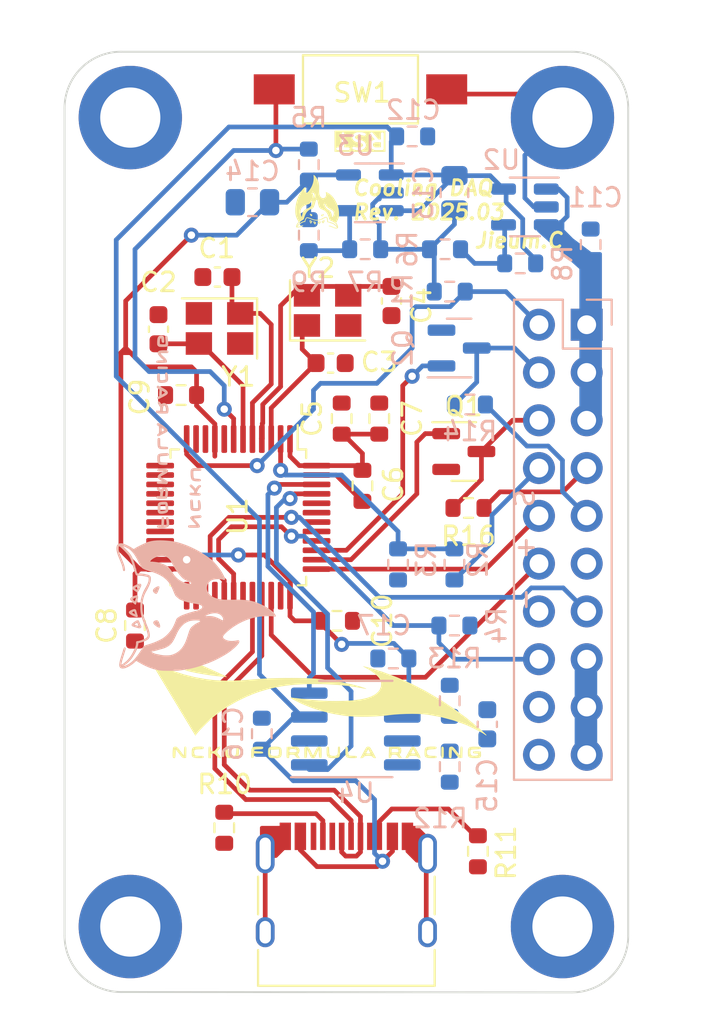
<source format=kicad_pcb>
(kicad_pcb (version 20221018) (generator pcbnew)
  (layers (0 "F.Cu" signal) (31 "B.Cu" signal) (34 "B.Paste" user) (35 "F.Paste" user) (36 "B.SilkS" user "B.Silkscreen") (37 "F.SilkS" user "F.Silkscreen") (38 "B.Mask" user) (39 "F.Mask" user) (44 "Edge.Cuts" user))
  (net 0 "")
  (net 1 "/RCC_OSC_IN")
  (net 2 "GND")
  (net 3 "/RCC_OSC_OUT")
  (net 4 "/LSE_IN")
  (net 5 "/LSE_OUT")
  (net 6 "+3V3")
  (net 7 "VDC")
  (net 8 "+5V")
  (net 9 "SYS_JTMS-SWDIO")
  (net 10 "SYS_JTCK-SWCLK")
  (net 11 "USART1")
  (net 12 "USART2")
  (net 13 "PT_signal")
  (net 14 "TIM1_CH1")
  (net 15 "Net-(J7-CC1)")
  (net 16 "USB_D-")
  (net 17 "USB_D+")
  (net 19 "Net-(J7-CC2)")
  (net 21 "ADC_CH1")
  (net 22 "Net-(SW1-B)")
  (net 23 "Net-(U2-ADJ)")
  (net 24 "Net-(U3-ADJ)")
  (net 46 "Net-(C15-Pad1)")
  (net 47 "CAN_TX")
  (net 48 "CAN_RX")
  (net 50 "CAN-")
  (net 51 "CAN+")
  (net 52 "PWM_OUT")
  (net 53 "PWM_OUT_2")
  (net 54 "PUMP_PWR")
  (net 55 "FAN_PWR")
  (net 56 "PUMP_PWM")
  (net 57 "FAN_PWM")
  (footprint "MountingHole:MountingHole_3.2mm_M3_ISO14580_Pad" (layer "F.Cu") (at 158.5 140.5)
    (fp_text reference "H4" hide)
    (fp_text value "MountingHole_Pad")
  )
  (footprint "Resistor_SMD:R_0603_1608Metric" (layer "F.Cu") (at 154 136.5 -90)
    (fp_text reference "R11")
    (fp_text value "5k1")
  )
  (footprint "MountingHole:MountingHole_3.2mm_M3_ISO14580_Pad" (layer "F.Cu") (at 135.5 140.5)
    (fp_text reference "H3" hide)
    (fp_text value "MountingHole_Pad")
  )
  (footprint "logo:fire_shark_4mm" (layer "F.Cu") (at 145.5 102)
    (fp_text reference "G***" hide)
    (fp_text value "LOGO" hide)
  )
  (footprint "Capacitor_SMD:C_0603_1608Metric" (layer "F.Cu") (at 140.136 105.976 180)
    (fp_text reference "C1")
    (fp_text value "20p")
  )
  (footprint "MountingHole:MountingHole_3.2mm_M3_ISO14580_Pad" (layer "F.Cu") (at 135.5 97.5)
    (fp_text reference "H2" hide)
    (fp_text value "MountingHole_Pad")
  )
  (footprint "logo:logo_18mm" (layer "F.Cu") (at 145.5 128.75)
    (fp_text reference "G***" hide)
    (fp_text value "LOGO" hide)
  )
  (footprint "Resistor_SMD:R_0603_1608Metric" (layer "F.Cu") (at 148.75 113.5 90)
    (fp_text reference "C7")
    (fp_text value "1u")
  )
  (footprint "Package_QFP:LQFP-48_7x7mm_P0.5mm" (layer "F.Cu") (at 141.25 118.75 -90)
    (fp_text reference "U1")
    (fp_text value "STM32F103C8Tx")
  )
  (footprint "Resistor_SMD:R_0603_1608Metric" (layer "F.Cu") (at 135.75 124.5 -90)
    (fp_text reference "C8")
    (fp_text value "100n")
  )
  (footprint "Resistor_SMD:R_0603_1608Metric" (layer "F.Cu") (at 153.5 118.25)
    (fp_text reference "R16")
    (fp_text value "10k")
  )
  (footprint "Capacitor_SMD:C_0603_1608Metric" (layer "F.Cu") (at 137 108.75 90)
    (fp_text reference "C2")
    (fp_text value "20p")
  )
  (footprint "Resistor_SMD:R_0603_1608Metric" (layer "F.Cu") (at 146.5 124.25)
    (fp_text reference "C10")
    (fp_text value "100n")
  )
  (footprint "MountingHole:MountingHole_3.2mm_M3_ISO14580_Pad" (layer "F.Cu") (at 158.5 97.5)
    (fp_text reference "H1" hide)
    (fp_text value "MountingHole_Pad")
  )
  (footprint "Button_Switch_SMD:SW_SPST_FSMSM" (layer "F.Cu") (at 147.75 96 180)
    (fp_text reference "SW1")
    (fp_text value "SW_SPST")
  )
  (footprint "Connector_USB:USB_C_Receptacle_HRO_TYPE-C-31-M-12" (layer "F.Cu") (at 147 139.75)
    (fp_text reference "J7" hide)
    (fp_text value "USB_C_Receptacle_USB2.0_16P")
  )
  (footprint "Crystal:Crystal_SMD_SeikoEpson_FA238-4Pin_3.2x2.5mm" (layer "F.Cu") (at 140.25 108.708 180)
    (fp_text reference "Y1")
    (fp_text value "8M")
  )
  (footprint "Package_TO_SOT_SMD:SOT-23" (layer "F.Cu") (at 153.25 115.25)
    (fp_text reference "Q1")
    (fp_text value "2N7002")
  )
  (footprint "Capacitor_SMD:C_0603_1608Metric" (layer "F.Cu") (at 149.4 107.25 -90)
    (fp_text reference "C4")
    (fp_text value "20p")
  )
  (footprint "Resistor_SMD:R_0603_1608Metric" (layer "F.Cu") (at 138.202 112.25 180)
    (fp_text reference "C9")
    (fp_text value "100n")
  )
  (footprint "Resistor_SMD:R_0603_1608Metric" (layer "F.Cu") (at 140.5 135.25 -90)
    (fp_text reference "R10")
    (fp_text value "5k1")
  )
  (footprint "Crystal:Crystal_SMD_SeikoEpson_FA238-4Pin_3.2x2.5mm" (layer "F.Cu") (at 146 107.75)
    (fp_text reference "Y2")
    (fp_text value "32.768k")
  )
  (footprint "Resistor_SMD:R_0603_1608Metric" (layer "F.Cu") (at 146.75 113.5 90)
    (fp_text reference "C5")
    (fp_text value "100n")
  )
  (footprint "Resistor_SMD:R_0603_1608Metric" (layer "F.Cu") (at 147.854 117.075 -90)
    (fp_text reference "C6")
    (fp_text value "100n")
  )
  (footprint "Capacitor_SMD:C_0603_1608Metric" (layer "F.Cu") (at 146.161 110.55)
    (fp_text reference "C3")
    (fp_text value "20p")
  )
  (footprint "Resistor_SMD:R_0603_1608Metric" (layer "B.Cu") (at 145 103.75 -90)
    (fp_text reference "R9")
    (fp_text value "165k")
  )
  (footprint "Resistor_SMD:R_0603_1608Metric" (layer "B.Cu") (at 148 104.5 180)
    (fp_text reference "R7")
    (fp_text value "100k")
  )
  (footprint "Capacitor_SMD:C_0603_1608Metric" (layer "B.Cu") (at 154.5 129.75 90)
    (fp_text reference "C15")
    (fp_text value "1u")
  )
  (footprint "Resistor_SMD:R_0603_1608Metric" (layer "B.Cu") (at 152.25 104.5)
    (fp_text reference "R6")
    (fp_text value "100k")
  )
  (footprint "Connector_PinHeader_2.54mm:PinHeader_2x10_P2.54mm_Vertical" (layer "B.Cu") (at 159.79 108.51 180)
    (fp_text reference "J1" hide)
    (fp_text value "Conn_02x10_Odd_Even")
  )
  (footprint "Resistor_SMD:R_0603_1608Metric" (layer "B.Cu") (at 153.575 112.75)
    (fp_text reference "R14")
    (fp_text value "10k")
  )
  (footprint "Package_TO_SOT_SMD:SOT-23-5" (layer "B.Cu") (at 156.5 102.25 180)
    (fp_text reference "U2")
    (fp_text value "AP2204K-ADJ")
  )
  (footprint "Resistor_SMD:R_0805_2012Metric" (layer "B.Cu") (at 142 102 180)
    (fp_text reference "C14")
    (fp_text value "10u")
  )
  (footprint "Resistor_SMD:R_0603_1608Metric" (layer "B.Cu") (at 152.75 124.5)
    (fp_text reference "R4")
    (fp_text value "4.7k")
  )
  (footprint "Resistor_SMD:R_0603_1608Metric" (layer "B.Cu") (at 150.5 98.5)
    (fp_text reference "C12")
    (fp_text value "1u")
  )
  (footprint "Resistor_SMD:R_0603_1608Metric" (layer "B.Cu") (at 149.5 126.25 180)
    (fp_text reference "C17")
    (fp_text value "100n")
  )
  (footprint "Package_TO_SOT_SMD:SOT-23" (layer "B.Cu") (at 153 109.75)
    (fp_text reference "Q2")
    (fp_text value "2N7002")
  )
  (footprint "Package_TO_SOT_SMD:SOT-23-5" (layer "B.Cu") (at 148.25 101.5 180)
    (fp_text reference "U3")
    (fp_text value "AP2204K-ADJ")
  )
  (footprint "Resistor_SMD:R_0603_1608Metric" (layer "B.Cu") (at 152.75 121.25 90)
    (fp_text reference "R2")
    (fp_text value "47k")
  )
  (footprint "Resistor_SMD:R_0805_2012Metric" (layer "B.Cu") (at 152.75 101.5 -90)
    (fp_text reference "C13")
    (fp_text value "10u")
  )
  (footprint "Resistor_SMD:R_0603_1608Metric" (layer "B.Cu") (at 152.5 106.75 180)
    (fp_text reference "R1")
    (fp_text value "4.7k")
  )
  (footprint "Resistor_SMD:R_0603_1608Metric" (layer "B.Cu") (at 142.5 130.25 90)
    (fp_text reference "C16")
    (fp_text value "100n")
  )
  (footprint "Package_SO:SOIC-8_3.9x4.9mm_P1.27mm" (layer "B.Cu") (at 147.5 130)
    (fp_text reference "U4")
    (fp_text value "SN65HVD256D")
  )
  (footprint "Resistor_SMD:R_0603_1608Metric" (layer "B.Cu") (at 152.5 128.5 90)
    (fp_text reference "R13")
    (fp_text value "60R")
  )
  (footprint "Resistor_SMD:R_0603_1608Metric" (layer "B.Cu") (at 156.25 105.25 180)
    (fp_text reference "R8")
    (fp_text value "301k")
  )
  (footprint "Resistor_SMD:R_0603_1608Metric" (layer "B.Cu") (at 149.75 121.25 -90)
    (fp_text reference "R3")
    (fp_text value "100k")
  )
  (footprint "Resistor_SMD:R_0603_1608Metric" (layer "B.Cu") (at 160 104.25 90)
    (fp_text reference "C11")
    (fp_text value "1u")
  )
  (footprint "Resistor_SMD:R_0603_1608Metric" (layer "B.Cu") (at 145 100 90)
    (fp_text reference "R5")
    (fp_text value "10k")
  )
  (footprint "logo:fire_shark_logo_20mm" (layer "B.Cu") (at 139.563963 118.188058 90)
    (fp_text reference "G***" hide)
    (fp_text value "LOGO" hide)
  )
  (footprint "Resistor_SMD:R_0603_1608Metric" (layer "B.Cu") (at 152.5 132 90)
    (fp_text reference "R12")
    (fp_text value "60R")
  )
  (gr_poly (pts (xy 150.25 135.25) (xy 150.75 135.25) (xy 151.25 135.75) (xy 151.25 137) (xy 150.75 137) (xy 150.25 136.5)) (stroke (width 0.2)) (fill solid) (layer "F.Cu"))
  (gr_poly (pts (xy 142.5 135.25) (xy 142.5 136.75) (xy 143.25 136.75) (xy 143.75 136.25) (xy 143.75 135.25)) (stroke (width 0.2)) (fill solid) (layer "F.Cu"))
  (gr_poly (pts (xy 158.5 103) (xy 158.5 103.5) (xy 159 104) (xy 160 104.75) (xy 159.5 105.5) (xy 157.25 103.5)) (stroke (width 0.2)) (fill solid) (layer "B.Cu"))
  (gr_poly (pts (xy 159.25 126.25) (xy 160.25 126.25) (xy 160.25 131.5) (xy 159.25 131.5)) (stroke (width 0.2)) (fill solid) (layer "B.Cu"))
  (gr_poly (pts (xy 160.5 113.5) (xy 160.5 104.75) (xy 159.5 104.75) (xy 159.5 113.5)) (stroke (width 0.2)) (fill solid) (layer "B.Cu"))
  (gr_line (start 132 97) (end 132 141) (stroke (width 0.1)) (layer "Edge.Cuts"))
  (gr_arc (start 162 141) (mid 161.12132 143.12132) (end 159 144) (stroke (width 0.1)) (layer "Edge.Cuts"))
  (gr_line (start 135 143.97868) (end 159 144) (stroke (width 0.1)) (layer "Edge.Cuts"))
  (gr_line (start 135 94) (end 159 94) (stroke (width 0.1)) (layer "Edge.Cuts"))
  (gr_arc (start 159 94) (mid 161.12132 94.87868) (end 162 97) (stroke (width 0.1)) (layer "Edge.Cuts"))
  (gr_line (start 162 140.975) (end 162 97) (stroke (width 0.1)) (layer "Edge.Cuts"))
  (gr_arc (start 135 143.97868) (mid 132.87868 143.1) (end 132 140.97868) (stroke (width 0.1)) (layer "Edge.Cuts"))
  (gr_arc (start 132 97) (mid 132.87868 94.87868) (end 135 94) (stroke (width 0.1)) (layer "Edge.Cuts"))
  (gr_text "S  +  -" (at 156.5 120.5 90) (layer "B.SilkS") (effects (font (size 1 1)) (justify mirror)))
  (gr_text "RST" (at 149.25 98.25 180) (layer "F.SilkS" knockout) (effects (font (size 0.8 1)) (justify left bottom)))
  (gr_text "Jieum.C\n" (at 153.75 104.5) (layer "F.SilkS") (effects (font (size 0.8 0.8) (thickness 0.16) bold italic) (justify left bottom)))
  (gr_text "Cooling DAQ\nRev. 2025.03\n" (at 147.25 103) (layer "F.SilkS") (effects (font (size 0.8 0.8) (thickness 0.16) bold italic) (justify left bottom)))
  (segment (start 142 112.663208) (end 142 114.5875) (width 0.25) (layer "F.Cu") (net 1))
  (segment (start 140.911 107.469) (end 141.35 107.908) (width 0.25) (layer "F.Cu") (net 1))
  (segment (start 143 108.5) (end 143 111.663208) (width 0.25) (layer "F.Cu") (net 1))
  (segment (start 141.35 107.908) (end 142.408 107.908) (width 0.25) (layer "F.Cu") (net 1))
  (segment (start 140.911 105.976) (end 140.911 107.469) (width 0.25) (layer "F.Cu") (net 1))
  (segment (start 142.408 107.908) (end 143 108.5) (width 0.25) (layer "F.Cu") (net 1))
  (segment (start 143 111.663208) (end 142 112.663208) (width 0.25) (layer "F.Cu") (net 1))
  (segment (start 151.25 137.601041) (end 151.675 137.176041) (width 0.25) (layer "F.Cu") (net 2))
  (segment (start 158.5 97.5) (end 157.25 96.25) (width 0.25) (layer "F.Cu") (net 2))
  (segment (start 151.675 137.176041) (end 151.675 136.823959) (width 0.25) (layer "F.Cu") (net 2))
  (segment (start 151.25 140.73) (end 151.25 137.601041) (width 0.25) (layer "F.Cu") (net 2))
  (segment (start 151.32 140.8) (end 151.25 140.73) (width 0.25) (layer "F.Cu") (net 2))
  (segment (start 152.59 96.25) (end 152.34 96) (width 0.25) (layer "F.Cu") (net 2))
  (segment (start 142.68 140.8) (end 142.68 137.175) (width 0.25) (layer "F.Cu") (net 2))
  (segment (start 147.854 117.9) (end 146.454 116.5) (width 0.25) (layer "F.Cu") (net 2))
  (segment (start 157.25 96.25) (end 152.59 96.25) (width 0.25) (layer "F.Cu") (net 2))
  (segment (start 146.454 116.5) (end 145.4125 116.5) (width 0.25) (layer "F.Cu") (net 2))
  (segment (start 148.75 104.425) (end 148.75 103.146752) (width 0.25) (layer "B.Cu") (net 2))
  (segment (start 148.4 102.103248) (end 148.678248 101.825) (width 0.25) (layer "B.Cu") (net 2))
  (segment (start 151.675 104.75) (end 151.425 104.5) (width 0.25) (layer "B.Cu") (net 2))
  (segment (start 148.4 102.796752) (end 148.4 102.103248) (width 0.25) (layer "B.Cu") (net 2))
  (segment (start 156.5 101.775) (end 156.5 99.5) (width 0.25) (layer "B.Cu") (net 2))
  (segment (start 157.6375 102.25) (end 156.975 102.25) (width 0.25) (layer "B.Cu") (net 2))
  (segment (start 152.75 102.4125) (end 152.75 103.175) (width 0.25) (layer "B.Cu") (net 2))
  (segment (start 149 101.5) (end 149.3875 101.5) (width 0.25) (layer "B.Cu") (net 2))
  (segment (start 152.75 103.175) (end 151.425 104.5) (width 0.25) (layer "B.Cu") (net 2))
  (segment (start 151.675 106.75) (end 151.675 104.75) (width 0.25) (layer "B.Cu") (net 2))
  (segment (start 156.5 99.5) (end 158.5 97.5) (width 0.25) (layer "B.Cu") (net 2))
  (segment (start 148.75 101.825) (end 148.75 101.75) (width 0.25) (layer "B.Cu") (net 2))
  (segment (start 148.825 104.5) (end 148.75 104.425) (width 0.25) (layer "B.Cu") (net 2))
  (segment (start 148.678248 101.825) (end 148.75 101.825) (width 0.25) (layer "B.Cu") (net 2))
  (segment (start 148.75 103.146752) (end 148.4 102.796752) (width 0.25) (layer "B.Cu") (net 2))
  (segment (start 148.75 101.75) (end 149 101.5) (width 0.25) (layer "B.Cu") (net 2))
  (segment (start 156.975 102.25) (end 156.5 101.775) (width 0.25) (layer "B.Cu") (net 2))
  (segment (start 148.825 104.5) (end 151.425 104.5) (width 0.25) (layer "B.Cu") (net 2))
  (segment (start 141.5 111.75) (end 139.275 109.525) (width 0.25) (layer "F.Cu") (net 3))
  (segment (start 139.275 109.525) (end 137 109.525) (width 0.25) (layer "F.Cu") (net 3))
  (segment (start 141.5 114.5875) (end 141.5 111.75) (width 0.25) (layer "F.Cu") (net 3))
  (segment (start 144.65 109.814) (end 145.386 110.55) (width 0.25) (layer "F.Cu") (net 4))
  (segment (start 143 114.5875) (end 143 112.936) (width 0.25) (layer "F.Cu") (net 4))
  (segment (start 143 112.936) (end 145.386 110.55) (width 0.25) (layer "F.Cu") (net 4))
  (segment (start 144.65 108.55) (end 144.65 109.814) (width 0.25) (layer "F.Cu") (net 4))
  (segment (start 142.5 114.5875) (end 142.525 114.5625) (width 0.25) (layer "F.Cu") (net 5))
  (segment (start 142.475 114.5625) (end 142.5 114.5875) (width 0.25) (layer "F.Cu") (net 5))
  (segment (start 142.525 114.5625) (end 142.525 113.759314) (width 0.25) (layer "F.Cu") (net 5))
  (segment (start 142.55 112.749604) (end 143.5 111.799604) (width 0.25) (layer "F.Cu") (net 5))
  (segment (start 143.5 111.799604) (end 143.5 107.5) (width 0.25) (layer "F.Cu") (net 5))
  (segment (start 142.55 113.734314) (end 142.55 112.749604) (width 0.25) (layer "F.Cu") (net 5))
  (segment (start 143.5 107.5) (end 144.525 106.475) (width 0.25) (layer "F.Cu") (net 5))
  (segment (start 144.525 106.475) (end 149.4 106.475) (width 0.25) (layer "F.Cu") (net 5))
  (segment (start 142.525 113.759314) (end 142.55 113.734314) (width 0.25) (layer "F.Cu") (net 5))
  (segment (start 135 120.5) (end 136 121.5) (width 0.25) (layer "F.Cu") (net 6))
  (segment (start 138.5 121) (end 138 121.5) (width 0.25) (layer "F.Cu") (net 6))
  (segment (start 138.75 103.75) (end 135.254769 107.245231) (width 0.25) (layer "F.Cu") (net 6))
  (segment (start 135.004769 109.995231) (end 135.504769 109.995231) (width 0.25) (layer "F.Cu") (net 6))
  (segment (start 144.5 116) (end 144 115.5) (width 0.25) (layer "F.Cu") (net 6))
  (segment (start 147.604 116) (end 147.854 116.25) (width 0.25) (layer "F.Cu") (net 6))
  (segment (start 144 122.109314) (end 142.640686 120.75) (width 0.25) (layer "F.Cu") (net 6))
  (segment (start 136 121.5) (end 137.0875 121.5) (width 0.25) (layer "F.Cu") (net 6))
  (segment (start 142.640686 120.75) (end 142 120.75) (width 0.25) (layer "F.Cu") (net 6))
  (segment (start 139.027 112.146) (end 139.027 112.811314) (width 0.25) (layer "F.Cu") (net 6))
  (segment (start 142 120.75) (end 141.25 120.75) (width 0.25) (layer "F.Cu") (net 6))
  (segment (start 144 122.9125) (end 144 122.109314) (width 0.25) (layer "F.Cu") (net 6))
  (segment (start 135.254769 107.245231) (end 135.254769 109.745231) (width 0.25) (layer "F.Cu") (net 6))
  (segment (start 135 120.5) (end 135 110) (width 0.25) (layer "F.Cu") (net 6))
  (segment (start 135.254769 109.745231) (end 135.504769 109.995231) (width 0.25) (layer "F.Cu") (net 6))
  (segment (start 139.027 111.027) (end 139.027 112.25) (width 0.25) (layer "F.Cu") (net 6))
  (segment (start 146.75 114.325) (end 148.5 114.325) (width 0.25) (layer "F.Cu") (net 6))
  (segment (start 135 110) (end 135.254769 109.745231) (width 0.25) (layer "F.Cu") (net 6))
  (segment (start 144 115.5) (end 144 114.5875) (width 0.25) (layer "F.Cu") (net 6))
  (segment (start 145.675 124.425) (end 146.75 125.5) (width 0.25) (layer "F.Cu") (net 6))
  (segment (start 144 122.9125) (end 144 124) (width 0.25) (layer "F.Cu") (net 6))
  (segment (start 135.75 121.75) (end 136 121.5) (width 0.25) (layer "F.Cu") (net 6))
  (segment (start 139.027 112.811314) (end 140 113.784314) (width 0.25) (layer "F.Cu") (net 6))
  (segment (start 135.75 123.675) (end 135.75 121.75) (width 0.25) (layer "F.Cu") (net 6))
  (segment (start 144 124) (end 144.25 124.25) (width 0.25) (layer "F.Cu") (net 6))
  (segment (start 147.854 115.354) (end 147.854 116.25) (width 0.25) (layer "F.Cu") (net 6))
  (segment (start 145.675 124.25) (end 145.675 124.425) (width 0.25) (layer "F.Cu") (net 6))
  (segment (start 146.75 114.325) (end 146.825 114.325) (width 0.25) (layer "F.Cu") (net 6))
  (segment (start 140 114.5875) (end 140 115.5) (width 0.25) (layer "F.Cu") (net 6))
  (segment (start 145.4125 116) (end 144.5 116) (width 0.25) (layer "F.Cu") (net 6))
  (segment (start 138 121.5) (end 137.0875 121.5) (width 0.25) (layer "F.Cu") (net 6))
  (segment (start 136.259538 110.75) (end 138.75 110.75) (width 0.25) (layer "F.Cu") (net 6))
  (segment (start 138.75 110.75) (end 139.027 111.027) (width 0.25) (layer "F.Cu") (net 6))
  (segment (start 145.4125 116) (end 147.604 116) (width 0.25) (layer "F.Cu") (net 6))
  (segment (start 148.5 114.325) (end 148.75 114.075) (width 0.25) (layer "F.Cu") (net 6))
  (segment (start 144.25 124.25) (end 145.675 124.25) (width 0.25) (layer "F.Cu") (net 6))
  (segment (start 135.504769 109.995231) (end 136.259538 110.75) (width 0.25) (layer "F.Cu") (net 6))
  (segment (start 135 110) (end 135.004769 109.995231) (width 0.25) (layer "F.Cu") (net 6))
  (segment (start 146.825 114.325) (end 147.854 115.354) (width 0.25) (layer "F.Cu") (net 6))
  (segment (start 140 113.784314) (end 140 114.5875) (width 0.25) (layer "F.Cu") (net 6))
  (via (at 141.25 120.75) (size 0.8) (drill 0.4) (layers "F.Cu" "B.Cu") (net 6))
  (via (at 138.5 121) (size 0.8) (drill 0.4) (layers "F.Cu" "B.Cu") (net 6))
  (via (at 146.75 125.5) (size 0.8) (drill 0.4) (layers "F.Cu" "B.Cu") (net 6))
  (via (at 138.75 103.75) (size 0.8) (drill 0.4) (layers "F.Cu" "B.Cu") (net 6))
  (segment (start 146.8 125.45) (end 149.525 125.45) (width 0.25) (layer "B.Cu") (net 6))
  (segment (start 145.275 100.55) (end 145 100.825) (width 0.25) (layer "B.Cu") (net 6))
  (segment (start 150.325 126.25) (end 150.325 127.745) (width 0.25) (layer "B.Cu") (net 6))
  (segment (start 145 102.925) (end 145 100.825) (width 0.25) (layer "B.Cu") (net 6))
  (segment (start 146.75 125.5) (end 146.8 125.45) (width 0.25) (layer "B.Cu") (net 6))
  (segment (start 147.1125 100.55) (end 145.275 100.55) (width 0.25) (layer "B.Cu") (net 6))
  (segment (start 143.825 102) (end 145 100.825) (width 0.25) (layer "B.Cu") (net 6))
  (segment (start 150.325 127.745) (end 149.975 128.095) (width 0.25) (layer "B.Cu") (net 6))
  (segment (start 141.1625 103.75) (end 138.75 103.75) (width 0.25) (layer "B.Cu") (net 6))
  (segment (start 142.9125 102) (end 141.1625 103.75) (width 0.25) (layer "B.Cu") (net 6))
  (segment (start 149.525 125.45) (end 150.325 126.25) (width 0.25) (layer "B.Cu") (net 6))
  (segment (start 138.75 120.75) (end 138.5 121) (width 0.25) (layer "B.Cu") (net 6))
  (segment (start 141.25 120.75) (end 138.75 120.75) (width 0.25) (layer "B.Cu") (net 6))
  (segment (start 142.9125 102) (end 143.825 102) (width 0.25) (layer "B.Cu") (net 6))
  (segment (start 157.6375 103.2) (end 158.3 103.2) (width 0.25) (layer "B.Cu") (net 7))
  (segment (start 158.75 102.75) (end 158.75 101.75) (width 0.25) (layer "B.Cu") (net 7))
  (segment (start 158.3 101.3) (end 157.6375 101.3) (width 0.25) (layer "B.Cu") (net 7))
  (segment (start 158.75 101.75) (end 158.3 101.3) (width 0.25) (layer "B.Cu") (net 7))
  (segment (start 158.3 103.2) (end 158.75 102.75) (width 0.25) (layer "B.Cu") (net 7))
  (segment (start 145.435 137.315) (end 144.55 136.43) (width 0.25) (layer "F.Cu") (net 8))
  (segment (start 149.45 136.502275) (end 149.45 135.705) (width 0.25) (layer "F.Cu") (net 8))
  (segment (start 148.923225 137.02905) (end 149.45 136.502275) (width 0.25) (layer "F.Cu") (net 8))
  (segment (start 148.923225 137.02905) (end 148.637275 137.315) (width 0.25) (layer "F.Cu") (net 8))
  (segment (start 144.55 136.43) (end 144.55 135.705) (width 0.25) (layer "F.Cu") (net 8))
  (segment (start 148.637275 137.315) (end 145.435 137.315) (width 0.25) (layer "F.Cu") (net 8))
  (via (at 148.923225 137.02905) (size 0.8) (drill 0.4) (layers "F.Cu" "B.Cu") (net 8))
  (segment (start 142.375 118.875) (end 134.75 111.25) (width 0.25) (layer "B.Cu") (net 8))
  (segment (start 157.075 105.0617) (end 156.3849 104.3716) (width 0.25) (layer "B.Cu") (net 8))
  (segment (start 142.375 127.091752) (end 142.375 118.875) (width 0.25) (layer "B.Cu") (net 8))
  (segment (start 134.75 104) (end 140.75 98) (width 0.25) (layer "B.Cu") (net 8))
  (segment (start 144.648248 129.365) (end 142.375 127.091752) (width 0.25) (layer "B.Cu") (net 8))
  (segment (start 152.75 100.5875) (end 154.65 100.5875) (width 0.25) (layer "B.Cu") (net 8))
  (segment (start 155.5 102.003248) (end 155.5 101.4375) (width 0.25) (layer "B.Cu") (net 8))
  (segment (start 148.5 136.605825) (end 148.5 133.75) (width 0.25) (layer "B.Cu") (net 8))
  (segment (start 149.3875 102.45) (end 150.8875 102.45) (width 0.25) (layer "B.Cu") (net 8))
  (segment (start 149.3875 100.55) (end 152.7125 100.55) (width 0.25) (layer "B.Cu") (net 8))
  (segment (start 154.65 100.5875) (end 155.3625 101.3) (width 0.25) (layer "B.Cu") (net 8))
  (segment (start 147.5 132.75) (end 144.175 132.75) (width 0.25) (layer "B.Cu") (net 8))
  (segment (start 156.3849 104.3716) (end 156.3849 102.888148) (width 0.25) (layer "B.Cu") (net 8))
  (segment (start 152.7125 100.55) (end 152.75 100.5875) (width 0.25) (layer "B.Cu") (net 8))
  (segment (start 144.175 132.75) (end 142.5 131.075) (width 0.25) (layer "B.Cu") (net 8))
  (segment (start 155.5 101.4375) (end 155.3625 101.3) (width 0.25) (layer "B.Cu") (net 8))
  (segment (start 157.075 105.25) (end 157.075 105.0617) (width 0.25) (layer "B.Cu") (net 8))
  (segment (start 140.75 98) (end 149.175 98) (width 0.25) (layer "B.Cu") (net 8))
  (segment (start 149.3875 98.7875) (end 149.675 98.5) (width 0.25) (layer "B.Cu") (net 8))
  (segment (start 144.21 129.365) (end 145.025 129.365) (width 0.25) (layer "B.Cu") (net 8))
  (segment (start 145.025 129.365) (end 144.648248 129.365) (width 0.25) (layer "B.Cu") (net 8))
  (segment (start 156.3849 102.888148) (end 155.5 102.003248) (width 0.25) (layer "B.Cu") (net 8))
  (segment (start 150.8875 102.45) (end 152.75 100.5875) (width 0.25) (layer "B.Cu") (net 8))
  (segment (start 148.5 133.75) (end 147.5 132.75) (width 0.25) (layer "B.Cu") (net 8))
  (segment (start 149.175 98) (end 149.675 98.5) (width 0.25) (layer "B.Cu") (net 8))
  (segment (start 148.923225 137.02905) (end 148.5 136.605825) (width 0.25) (layer "B.Cu") (net 8))
  (segment (start 149.3875 100.55) (end 149.3875 98.7875) (width 0.25) (layer "B.Cu") (net 8))
  (segment (start 142.5 131.075) (end 144.21 129.365) (width 0.25) (layer "B.Cu") (net 8))
  (segment (start 134.75 111.25) (end 134.75 104) (width 0.25) (layer "B.Cu") (net 8))
  (segment (start 143 125) (end 145.25 127.25) (width 0.25) (layer "F.Cu") (net 9))
  (segment (start 143 122.9125) (end 143 125) (width 0.25) (layer "F.Cu") (net 9))
  (segment (start 145.25 127.25) (end 151.21 127.25) (width 0.25) (layer "F.Cu") (net 9))
  (segment (start 151.21 127.25) (end 157.25 121.21) (width 0.25) (layer "F.Cu") (net 9))
  (segment (start 154.42 121.5) (end 157.25 118.67) (width 0.25) (layer "F.Cu") (net 10))
  (segment (start 145.4125 121.5) (end 154.42 121.5) (width 0.25) (layer "F.Cu") (net 10))
  (segment (start 144.0755 119.749503) (end 144.049698 119.749503) (width 0.25) (layer "F.Cu") (net 11))
  (segment (start 140.2 119.936396) (end 140.2 120.95) (width 0.25) (layer "F.Cu") (net 11))
  (segment (start 140.886396 119.25) (end 140.2 119.936396) (width 0.25) (layer "F.Cu") (net 11))
  (segment (start 141 121.75) (end 141 122.9125) (width 0.25) (layer "F.Cu") (net 11))
  (segment (start 140.2 120.95) (end 141 121.75) (width 0.25) (layer "F.Cu") (net 11))
  (segment (start 143.550195 119.25) (end 140.886396 119.25) (width 0.25) (layer "F.Cu") (net 11))
  (segment (start 144.049698 119.749503) (end 143.550195 119.25) (width 0.25) (layer "F.Cu") (net 11))
  (via (at 144.0755 119.749503) (size 0.8) (drill 0.4) (layers "F.Cu" "B.Cu") (net 11))
  (segment (start 144.749503 119.749503) (end 149.5 124.5) (width 0.25) (layer "B.Cu") (net 11))
  (segment (start 149.5 124.5) (end 151.925 124.5) (width 0.25) (layer "B.Cu") (net 11))
  (segment (start 151.925 125.425) (end 152.79 126.29) (width 0.25) (layer "B.Cu") (net 11))
  (segment (start 144.0755 119.749503) (end 144.749503 119.749503) (width 0.25) (layer "B.Cu") (net 11))
  (segment (start 152.79 126.29) (end 157.25 126.29) (width 0.25) (layer "B.Cu") (net 11))
  (segment (start 151.925 124.5) (end 151.925 125.425) (width 0.25) (layer "B.Cu") (net 11))
  (segment (start 138.5 114.5875) (end 138.5 115.390686) (width 0.25) (layer "F.Cu") (net 12))
  (segment (start 139.109314 116) (end 142.25 116) (width 0.25) (layer "F.Cu") (net 12))
  (segment (start 138.5 115.390686) (end 139.109314 116) (width 0.25) (layer "F.Cu") (net 12))
  (via (at 142.25 116) (size 0.8) (drill 0.4) (layers "F.Cu" "B.Cu") (net 12))
  (segment (start 145.625 111.625) (end 148.625 111.625) (width 0.25) (layer "B.Cu") (net 12))
  (segment (start 148.625 111.625) (end 150.5 109.75) (width 0.25) (layer "B.Cu") (net 12))
  (segment (start 150.5 107.75) (end 150.5 109.75) (width 0.25) (layer "B.Cu") (net 12))
  (segment (start 153.325 106.75) (end 152.525 107.55) (width 0.25) (layer "B.Cu") (net 12))
  (segment (start 145.25 113) (end 145.25 112) (width 0.25) (layer "B.Cu") (net 12))
  (segment (start 145.25 112) (end 145.625 111.625) (width 0.25) (layer "B.Cu") (net 12))
  (segment (start 155.49 106.75) (end 157.25 108.51) (width 0.25) (layer "B.Cu") (net 12))
  (segment (start 152.525 107.55) (end 150.7 107.55) (width 0.25) (layer "B.Cu") (net 12))
  (segment (start 142.25 116) (end 145.25 113) (width 0.25) (layer "B.Cu") (net 12))
  (segment (start 153.325 106.75) (end 155.49 106.75) (width 0.25) (layer "B.Cu") (net 12))
  (segment (start 150.7 107.55) (end 150.5 107.75) (width 0.25) (layer "B.Cu") (net 12))
  (segment (start 152.75 122.075) (end 154.75 120.075) (width 0.25) (layer "B.Cu") (net 13))
  (segment (start 154.75 118.63) (end 157.25 116.13) (width 0.25) (layer "B.Cu") (net 13))
  (segment (start 154.75 120.075) (end 154.75 118.63) (width 0.25) (layer "B.Cu") (net 13))
  (segment (start 144.0755 118.75) (end 140.75 118.75) (width 0.25) (layer "F.Cu") (net 14))
  (segment (start 159.79 123.54) (end 159.79 123.75) (width 0.25) (layer "F.Cu") (net 14))
  (segment (start 140.75 118.75) (end 139.75 119.75) (width 0.25) (layer "F.Cu") (net 14))
  (segment (start 139.75 119.75) (end 139.75 121.359314) (width 0.25) (layer "F.Cu") (net 14))
  (segment (start 139.75 121.359314) (end 140.5 122.109314) (width 0.25) (layer "F.Cu") (net 14))
  (segment (start 140.5 122.109314) (end 140.5 122.9125) (width 0.25) (layer "F.Cu") (net 14))
  (via (at 144.0755 118.75) (size 0.8) (drill 0.4) (layers "F.Cu" "B.Cu") (net 14))
  (segment (start 156.339946 123) (end 156.839946 122.5) (width 0.25) (layer "B.Cu") (net 14))
  (segment (start 144.0755 118.75) (end 144.5 118.75) (width 0.25) (layer "B.Cu") (net 14))
  (segment (start 156.839946 122.5) (end 158.54 122.5) (width 0.25) (layer "B.Cu") (net 14))
  (segment (start 148.75 123) (end 156.339946 123) (width 0.25) (layer "B.Cu") (net 14))
  (segment (start 158.54 122.5) (end 159.79 123.75) (width 0.25) (layer "B.Cu") (net 14))
  (segment (start 144.5 118.75) (end 148.75 123) (width 0.25) (layer "B.Cu") (net 14))
  (segment (start 145.75 134.87038) (end 145.37962 134.5) (width 0.25) (layer "F.Cu") (net 15))
  (segment (start 145.75 135.705) (end 145.75 134.87038) (width 0.25) (layer "F.Cu") (net 15))
  (segment (start 145.37962 134.5) (end 140.75 134.5) (width 0.25) (layer "F.Cu") (net 15))
  (segment (start 142 125.896446) (end 142 122.9125) (width 0.25) (layer "F.Cu") (net 16))
  (segment (start 140 127.896446) (end 142 125.896446) (width 0.25) (layer "F.Cu") (net 16))
  (segment (start 141.646446 133.75) (end 140 132.103554) (width 0.25) (layer "F.Cu") (net 16))
  (segment (start 140 132.103554) (end 140 127.896446) (width 0.25) (layer "F.Cu") (net 16))
  (segment (start 147.25 135.705) (end 147.25 134.853554) (width 0.25) (layer "F.Cu") (net 16))
  (segment (start 147.25 134.853554) (end 146.146446 133.75) (width 0.25) (layer "F.Cu") (net 16))
  (segment (start 146.146446 133.75) (end 141.646446 133.75) (width 0.25) (layer "F.Cu") (net 16))
  (segment (start 140.5 128.103554) (end 142.5 126.103554) (width 0.25) (layer "F.Cu") (net 17))
  (segment (start 147.75 134.646446) (end 146.353554 133.25) (width 0.25) (layer "F.Cu") (net 17))
  (segment (start 146.353554 133.25) (end 141.853554 133.25) (width 0.25) (layer "F.Cu") (net 17))
  (segment (start 147.75 136.53962) (end 147.75 135.705) (width 0.25) (layer "F.Cu") (net 17))
  (segment (start 147.75 135.705) (end 147.75 134.646446) (width 0.25) (layer "F.Cu") (net 17))
  (segment (start 140.5 131.896446) (end 140.5 128.103554) (width 0.25) (layer "F.Cu") (net 17))
  (segment (start 146.96538 136.755) (end 147.53462 136.755) (width 0.25) (layer "F.Cu") (net 17))
  (segment (start 146.75 135.705) (end 146.75 136.53962) (width 0.25) (layer "F.Cu") (net 17))
  (segment (start 146.75 136.53962) (end 146.96538 136.755) (width 0.25) (layer "F.Cu") (net 17))
  (segment (start 142.5 126.103554) (end 142.5 122.9125) (width 0.25) (layer "F.Cu") (net 17))
  (segment (start 141.853554 133.25) (end 140.5 131.896446) (width 0.25) (layer "F.Cu") (net 17))
  (segment (start 147.53462 136.755) (end 147.75 136.53962) (width 0.25) (layer "F.Cu") (net 17))
  (segment (start 149.42038 134.25) (end 152.425 134.25) (width 0.25) (layer "F.Cu") (net 19))
  (segment (start 148.75 135.705) (end 148.75 134.92038) (width 0.25) (layer "F.Cu") (net 19))
  (segment (start 152.425 134.25) (end 153.925 135.75) (width 0.25) (layer "F.Cu") (net 19))
  (segment (start 148.75 134.92038) (end 149.42038 134.25) (width 0.25) (layer "F.Cu") (net 19))
  (segment (start 143.5 116.25) (end 143.5 114.5875) (width 0.25) (layer "F.Cu") (net 21))
  (via (at 143.5 116.25) (size 0.8) (drill 0.4) (layers "F.Cu" "B.Cu") (net 21))
  (segment (start 143.75 116.5) (end 143.5 116.25) (width 0.25) (layer "B.Cu") (net 21))
  (segment (start 146.75 116.5) (end 143.75 116.5) (width 0.25) (layer "B.Cu") (net 21))
  (segment (start 149.75 120.425) (end 149.75 119.5) (width 0.25) (layer "B.Cu") (net 21))
  (segment (start 149.75 119.5) (end 146.75 116.5) (width 0.25) (layer "B.Cu") (net 21))
  (segment (start 149.75 120.425) (end 152.75 120.425) (width 0.25) (layer "B.Cu") (net 21))
  (segment (start 143.25 96.09) (end 143.25 99.25) (width 0.25) (layer "F.Cu") (net 22))
  (segment (start 141 113.5) (end 140.5 113) (width 0.25) (layer "F.Cu") (net 22))
  (segment (start 141 114.5875) (end 141 113.5) (width 0.25) (layer "F.Cu") (net 22))
  (segment (start 143.16 96) (end 143.25 96.09) (width 0.25) (layer "F.Cu") (net 22))
  (via (at 143.25 99.25) (size 0.8) (drill 0.4) (layers "F.Cu" "B.Cu") (net 22))
  (via (at 140.5 113) (size 0.8) (drill 0.4) (layers "F.Cu" "B.Cu") (net 22))
  (segment (start 143.25 99.25) (end 143.078 99.422) (width 0.25) (layer "B.Cu") (net 22))
  (segment (start 143.25 99.25) (end 143.425 99.425) (width 0.25) (layer "B.Cu") (net 22))
  (segment (start 145 99.175) (end 143.325 99.175) (width 0.25) (layer "B.Cu") (net 22))
  (segment (start 141 99.25) (end 143.25 99.25) (width 0.25) (layer "B.Cu") (net 22))
  (segment (start 136.5 111) (end 135.75 110.25) (width 0.25) (layer "B.Cu") (net 22))
  (segment (start 140.5 113) (end 140.5 111.75) (width 0.25) (layer "B.Cu") (net 22))
  (segment (start 139.75 111) (end 136.5 111) (width 0.25) (layer "B.Cu") (net 22))
  (segment (start 135.75 104.5) (end 141 99.25) (width 0.25) (layer "B.Cu") (net 22))
  (segment (start 140.5 111.75) (end 139.75 111) (width 0.25) (layer "B.Cu") (net 22))
  (segment (start 143.325 99.175) (end 143.25 99.25) (width 0.25) (layer "B.Cu") (net 22))
  (segment (start 135.75 110.25) (end 135.75 104.5) (width 0.25) (layer "B.Cu") (net 22))
  (segment (start 153.825 105.25) (end 153.075 104.5) (width 0.25) (layer "B.Cu") (net 23))
  (segment (start 155.425 103.4508) (end 155.425 105.25) (width 0.25) (layer "B.Cu") (net 23))
  (segment (start 155.425 105.25) (end 153.825 105.25) (width 0.25) (layer "B.Cu") (net 23))
  (segment (start 147.1 104.575) (end 147.175 104.5) (width 0.25) (layer "B.Cu") (net 24))
  (segment (start 147.175 102.5125) (end 147.1125 102.45) (width 0.25) (layer "B.Cu") (net 24))
  (segment (start 145 104.575) (end 147.1 104.575) (width 0.25) (layer "B.Cu") (net 24))
  (segment (start 147.175 104.5) (end 147.175 102.5125) (width 0.25) (layer "B.Cu") (net 24))
  (segment (start 144.25 117.5) (end 145.4125 117.5) (width 0.25) (layer "F.Cu") (net 47))
  (segment (start 144 117.75) (end 144.25 117.5) (width 0.25) (layer "F.Cu") (net 47))
  (via (at 144 117.75) (size 0.8) (drill 0.4) (layers "F.Cu" "B.Cu") (net 47))
  (segment (start 143.275 121.168606) (end 146 123.893606) (width 0.25) (layer "B.Cu") (net 47))
  (segment (start 146 132.155) (end 145.025 132.155) (width 0.25) (layer "B.Cu") (net 47))
  (segment (start 147.25 128) (end 147.25 130.905) (width 0.25) (layer "B.Cu") (net 47))
  (segment (start 146 126.75) (end 147.25 128) (width 0.25) (layer "B.Cu") (net 47))
  (segment (start 147.25 130.905) (end 146 132.155) (width 0.25) (layer "B.Cu") (net 47))
  (segment (start 143.75 117.75) (end 143.275 118.225) (width 0.25) (layer "B.Cu") (net 47))
  (segment (start 146 123.893606) (end 146 126.75) (width 0.25) (layer "B.Cu") (net 47))
  (segment (start 144 117.75) (end 143.75 117.75) (width 0.25) (layer "B.Cu") (net 47))
  (segment (start 143.275 118.225) (end 143.275 121.168606) (width 0.25) (layer "B.Cu") (net 47))
  (segment (start 143.363939 117) (end 145.4125 117) (width 0.25) (layer "F.Cu") (net 48))
  (segment (start 143.168363 117.195576) (end 143.363939 117) (width 0.25) (layer "F.Cu") (net 48))
  (via (at 143.168363 117.195576) (size 0.8) (drill 0.4) (layers "F.Cu" "B.Cu") (net 48))
  (segment (start 145.25 127.05) (end 145.25 123.780002) (width 0.25) (layer "B.Cu") (net 48))
  (segment (start 145.25 123.780002) (end 142.825 121.355002) (width 0.25) (layer "B.Cu") (net 48))
  (segment (start 145.025 127.275) (end 145.25 127.05) (width 0.25) (layer "B.Cu") (net 48))
  (segment (start 145.025 128.095) (end 145.025 127.275) (width 0.25) (layer "B.Cu") (net 48))
  (segment (start 142.825 117.538939) (end 143.168363 117.195576) (width 0.25) (layer "B.Cu") (net 48))
  (segment (start 142.825 121.355002) (end 142.825 117.538939) (width 0.25) (layer "B.Cu") (net 48))
  (segment (start 151.2 114.3) (end 152.3125 114.3) (width 0.25) (layer "F.Cu") (net 52))
  (segment (start 147.25 121) (end 150.75 117.5) (width 0.25) (layer "F.Cu") (net 52))
  (segment (start 150.75 117.5) (end 150.75 114.75) (width 0.25) (layer "F.Cu") (net 52))
  (segment (start 145.4125 121) (end 147.25 121) (width 0.25) (layer "F.Cu") (net 52))
  (segment (start 150.75 114.75) (end 151.2 114.3) (width 0.25) (layer "F.Cu") (net 52))
  (segment (start 147 120.5) (end 145.4125 120.5) (width 0.25) (layer "F.Cu") (net 53))
  (segment (start 150 117.5) (end 147 120.5) (width 0.25) (layer "F.Cu") (net 53))
  (segment (start 150.5 111.25) (end 150 111.75) (width 0.25) (layer "F.Cu") (net 53))
  (segment (start 150 111.75) (end 150 117.5) (width 0.25) (layer "F.Cu") (net 53))
  (via (at 150.5 111.25) (size 0.8) (drill 0.4) (layers "F.Cu" "B.Cu") (net 53))
  (segment (start 151.05 110.7) (end 152.0625 110.7) (width 0.25) (layer "B.Cu") (net 53))
  (segment (start 150.5 111.25) (end 151.05 110.7) (width 0.25) (layer "B.Cu") (net 53))
  (segment (start 155.180054 117.394946) (end 158.525054 117.394946) (width 0.25) (layer "F.Cu") (net 54))
  (segment (start 154.325 118.25) (end 155.180054 117.394946) (width 0.25) (layer "F.Cu") (net 54))
  (segment (start 158.525054 117.394946) (end 159.79 116.13) (width 0.25) (layer "F.Cu") (net 54))
  (segment (start 158.5 117.38) (end 159.79 118.67) (width 0.25) (layer "B.Cu") (net 55))
  (segment (start 154.4 112.75) (end 156.609656 114.959656) (width 0.25) (layer "B.Cu") (net 55))
  (segment (start 156.609656 114.959656) (end 157.73971 114.959656) (width 0.25) (layer "B.Cu") (net 55))
  (segment (start 158.5 115.719946) (end 158.5 117.38) (width 0.25) (layer "B.Cu") (net 55))
  (segment (start 157.73971 114.959656) (end 158.5 115.719946) (width 0.25) (layer "B.Cu") (net 55))
  (segment (start 152.675 118.25) (end 154.1875 116.7375) (width 0.25) (layer "F.Cu") (net 56))
  (segment (start 154.1875 116.7375) (end 154.1875 115.25) (width 0.25) (layer "F.Cu") (net 56))
  (segment (start 157.25 113.59) (end 155.8475 113.59) (width 0.25) (layer "F.Cu") (net 56))
  (segment (start 155.8475 113.59) (end 154.1875 115.25) (width 0.25) (layer "F.Cu") (net 56))
  (segment (start 153.9375 109.75) (end 155.95 109.75) (width 0.25) (layer "B.Cu") (net 57))
  (segment (start 153.9375 111.5625) (end 152.75 112.75) (width 0.25) (layer "B.Cu") (net 57))
  (segment (start 153.9375 109.75) (end 153.9375 111.5625) (width 0.25) (layer "B.Cu") (net 57))
  (segment (start 155.95 109.75) (end 157.25 111.05) (width 0.25) (layer "B.Cu") (net 57))
)
</source>
